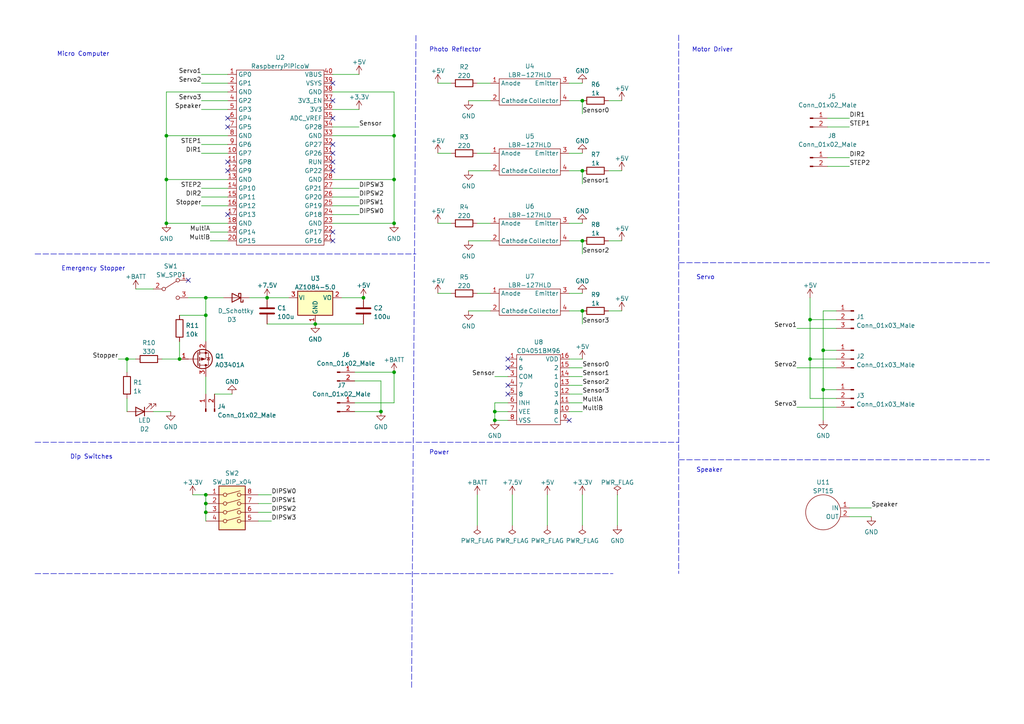
<source format=kicad_sch>
(kicad_sch (version 20211123) (generator eeschema)
  (paper "A4")
  (lib_symbols
    (symbol "Connector:Conn_01x02_Male" (pin_names (offset 1.016) hide)
      (property "Reference" "J" (at 0 2.54 0))
      (property "Value" "Conn_01x02_Male" (at 0 -5.08 0))
      (symbol "Conn_01x02_Male_1_1"
        (polyline (pts (xy 1.27 -2.54) (xy 0.8636 -2.54)) (stroke (width 0.1524)))
        (polyline (pts (xy 1.27 0) (xy 0.8636 0)) (stroke (width 0.1524)))
        (rectangle (start 0.8636 -2.413) (end 0 -2.667) (stroke (width 0.1524)) (fill (type outline)))
        (rectangle (start 0.8636 0.127) (end 0 -0.127) (stroke (width 0.1524)) (fill (type outline)))
        (pin passive line (at 5.08 0 180) (length 3.81) (name "Pin_1") (number "1"))
        (pin passive line (at 5.08 -2.54 180) (length 3.81) (name "Pin_2") (number "2"))
      )
    )
    (symbol "Connector:Conn_01x03_Male" (pin_names (offset 1.016) hide)
      (property "Reference" "J" (at 0 5.08 0))
      (property "Value" "Conn_01x03_Male" (at 0 -5.08 0))
      (symbol "Conn_01x03_Male_1_1"
        (polyline (pts (xy 1.27 -2.54) (xy 0.8636 -2.54)) (stroke (width 0.1524)))
        (polyline (pts (xy 1.27 0) (xy 0.8636 0)) (stroke (width 0.1524)))
        (polyline (pts (xy 1.27 2.54) (xy 0.8636 2.54)) (stroke (width 0.1524)))
        (rectangle (start 0.8636 -2.413) (end 0 -2.667) (stroke (width 0.1524)) (fill (type outline)))
        (rectangle (start 0.8636 0.127) (end 0 -0.127) (stroke (width 0.1524)) (fill (type outline)))
        (rectangle (start 0.8636 2.667) (end 0 2.413) (stroke (width 0.1524)) (fill (type outline)))
        (pin passive line (at 5.08 2.54 180) (length 3.81) (name "Pin_1") (number "1"))
        (pin passive line (at 5.08 0 180) (length 3.81) (name "Pin_2") (number "2"))
        (pin passive line (at 5.08 -2.54 180) (length 3.81) (name "Pin_3") (number "3"))
      )
    )
    (symbol "Device:C" (pin_numbers hide) (pin_names (offset 0.254))
      (property "Reference" "C" (at 0.635 2.54 0))
      (property "Value" "C" (at 0.635 -2.54 0))
      (symbol "C_0_1"
        (polyline (pts (xy -2.032 -0.762) (xy 2.032 -0.762)) (stroke (width 0.508)))
        (polyline (pts (xy -2.032 0.762) (xy 2.032 0.762)) (stroke (width 0.508)))
      )
      (symbol "C_1_1"
        (pin passive line (at 0 3.81 270) (length 2.794) (name "~") (number "1"))
        (pin passive line (at 0 -3.81 90) (length 2.794) (name "~") (number "2"))
      )
    )
    (symbol "Device:D_Schottky" (pin_numbers hide) (pin_names (offset 1.016) hide)
      (property "Reference" "D" (at 0 2.54 0))
      (property "Value" "D_Schottky" (at 0 -2.54 0))
      (symbol "D_Schottky_0_1"
        (polyline (pts (xy 1.27 0) (xy -1.27 0)))
        (polyline (pts (xy 1.27 1.27) (xy 1.27 -1.27) (xy -1.27 0) (xy 1.27 1.27)) (stroke (width 0.254)))
        (polyline (pts (xy -1.905 0.635) (xy -1.905 1.27) (xy -1.27 1.27) (xy -1.27 -1.27) (xy -0.635 -1.27) (xy -0.635 -0.635)) (stroke (width 0.254)))
      )
      (symbol "D_Schottky_1_1"
        (pin passive line (at -3.81 0 0) (length 2.54) (name "K") (number "1"))
        (pin passive line (at 3.81 0 180) (length 2.54) (name "A") (number "2"))
      )
    )
    (symbol "Device:LED" (pin_numbers hide) (pin_names (offset 1.016) hide)
      (property "Reference" "D" (at 0 2.54 0))
      (property "Value" "LED" (at 0 -2.54 0))
      (symbol "LED_0_1"
        (polyline (pts (xy -1.27 -1.27) (xy -1.27 1.27)) (stroke (width 0.254)))
        (polyline (pts (xy -1.27 0) (xy 1.27 0)))
        (polyline (pts (xy 1.27 -1.27) (xy 1.27 1.27) (xy -1.27 0) (xy 1.27 -1.27)) (stroke (width 0.254)))
        (polyline (pts (xy -3.048 -0.762) (xy -4.572 -2.286) (xy -3.81 -2.286) (xy -4.572 -2.286) (xy -4.572 -1.524)))
        (polyline (pts (xy -1.778 -0.762) (xy -3.302 -2.286) (xy -2.54 -2.286) (xy -3.302 -2.286) (xy -3.302 -1.524)))
      )
      (symbol "LED_1_1"
        (pin passive line (at -3.81 0 0) (length 2.54) (name "K") (number "1"))
        (pin passive line (at 3.81 0 180) (length 2.54) (name "A") (number "2"))
      )
    )
    (symbol "Device:R" (pin_numbers hide) (pin_names (offset 0))
      (property "Reference" "R" (at 2.032 0 90))
      (property "Value" "R" (at 0 0 90))
      (symbol "R_0_1"
        (rectangle (start -1.016 -2.54) (end 1.016 2.54) (stroke (width 0.254)))
      )
      (symbol "R_1_1"
        (pin passive line (at 0 3.81 270) (length 1.27) (name "~") (number "1"))
        (pin passive line (at 0 -3.81 90) (length 1.27) (name "~") (number "2"))
      )
    )
    (symbol "Regulator_Linear:AZ1084-5.0" (pin_names (offset 0.254))
      (property "Reference" "U" (at -3.81 3.175 0))
      (property "Value" "AZ1084-5.0" (at 0 3.175 0))
      (symbol "AZ1084-5.0_0_1"
        (rectangle (start -5.08 1.905) (end 5.08 -5.08) (stroke (width 0.254)) (fill (type background)))
      )
      (symbol "AZ1084-5.0_1_1"
        (pin power_in line (at 0 -7.62 90) (length 2.54) (name "GND") (number "1"))
        (pin power_out line (at 7.62 0 180) (length 2.54) (name "VO") (number "2"))
        (pin power_in line (at -7.62 0 0) (length 2.54) (name "VI") (number "3"))
      )
    )
    (symbol "Switch:SW_DIP_x04" (pin_names (offset 0) hide)
      (property "Reference" "SW" (at 0 8.89 0))
      (property "Value" "SW_DIP_x04" (at 0 -6.35 0))
      (symbol "SW_DIP_x04_0_0"
        (circle (center -2.032 -2.54) (radius 0.508))
        (circle (center -2.032 0) (radius 0.508))
        (circle (center -2.032 2.54) (radius 0.508))
        (circle (center -2.032 5.08) (radius 0.508))
        (polyline (pts (xy -1.524 -2.3876) (xy 2.3622 -1.3462)))
        (polyline (pts (xy -1.524 0.127) (xy 2.3622 1.1684)))
        (polyline (pts (xy -1.524 2.667) (xy 2.3622 3.7084)))
        (polyline (pts (xy -1.524 5.207) (xy 2.3622 6.2484)))
        (circle (center 2.032 -2.54) (radius 0.508))
        (circle (center 2.032 0) (radius 0.508))
        (circle (center 2.032 2.54) (radius 0.508))
        (circle (center 2.032 5.08) (radius 0.508))
      )
      (symbol "SW_DIP_x04_0_1"
        (rectangle (start -3.81 7.62) (end 3.81 -5.08) (stroke (width 0.254)) (fill (type background)))
      )
      (symbol "SW_DIP_x04_1_1"
        (pin passive line (at -7.62 5.08 0) (length 5.08) (name "~") (number "1"))
        (pin passive line (at -7.62 2.54 0) (length 5.08) (name "~") (number "2"))
        (pin passive line (at -7.62 0 0) (length 5.08) (name "~") (number "3"))
        (pin passive line (at -7.62 -2.54 0) (length 5.08) (name "~") (number "4"))
        (pin passive line (at 7.62 -2.54 180) (length 5.08) (name "~") (number "5"))
        (pin passive line (at 7.62 0 180) (length 5.08) (name "~") (number "6"))
        (pin passive line (at 7.62 2.54 180) (length 5.08) (name "~") (number "7"))
        (pin passive line (at 7.62 5.08 180) (length 5.08) (name "~") (number "8"))
      )
    )
    (symbol "Switch:SW_SPDT" (pin_names (offset 0) hide)
      (property "Reference" "SW" (at 0 4.318 0))
      (property "Value" "SW_SPDT" (at 0 -5.08 0))
      (symbol "SW_SPDT_0_0"
        (circle (center -2.032 0) (radius 0.508))
        (circle (center 2.032 -2.54) (radius 0.508))
      )
      (symbol "SW_SPDT_0_1"
        (polyline (pts (xy -1.524 0.254) (xy 1.651 2.286)))
        (circle (center 2.032 2.54) (radius 0.508))
      )
      (symbol "SW_SPDT_1_1"
        (pin passive line (at 5.08 2.54 180) (length 2.54) (name "A") (number "1"))
        (pin passive line (at -5.08 0 0) (length 2.54) (name "B") (number "2"))
        (pin passive line (at 5.08 -2.54 180) (length 2.54) (name "C") (number "3"))
      )
    )
    (symbol "Transistor_FET:AO3401A" (pin_names hide)
      (property "Reference" "Q" (at 5.08 1.905 0))
      (property "Value" "AO3401A" (at 5.08 0 0))
      (symbol "AO3401A_0_1"
        (polyline (pts (xy 0.254 0) (xy -2.54 0)))
        (polyline (pts (xy 0.254 1.905) (xy 0.254 -1.905)) (stroke (width 0.254)))
        (polyline (pts (xy 0.762 -1.27) (xy 0.762 -2.286)) (stroke (width 0.254)))
        (polyline (pts (xy 0.762 0.508) (xy 0.762 -0.508)) (stroke (width 0.254)))
        (polyline (pts (xy 0.762 2.286) (xy 0.762 1.27)) (stroke (width 0.254)))
        (polyline (pts (xy 2.54 2.54) (xy 2.54 1.778)))
        (polyline (pts (xy 2.54 -2.54) (xy 2.54 0) (xy 0.762 0)))
        (polyline (pts (xy 0.762 1.778) (xy 3.302 1.778) (xy 3.302 -1.778) (xy 0.762 -1.778)))
        (polyline (pts (xy 2.286 0) (xy 1.27 0.381) (xy 1.27 -0.381) (xy 2.286 0)) (fill (type outline)))
        (polyline (pts (xy 2.794 -0.508) (xy 2.921 -0.381) (xy 3.683 -0.381) (xy 3.81 -0.254)))
        (polyline (pts (xy 3.302 -0.381) (xy 2.921 0.254) (xy 3.683 0.254) (xy 3.302 -0.381)))
        (circle (center 1.651 0) (radius 2.794) (stroke (width 0.254)))
        (circle (center 2.54 -1.778) (radius 0.254) (fill (type outline)))
        (circle (center 2.54 1.778) (radius 0.254) (fill (type outline)))
      )
      (symbol "AO3401A_1_1"
        (pin input line (at -5.08 0 0) (length 2.54) (name "G") (number "1"))
        (pin passive line (at 2.54 -5.08 90) (length 2.54) (name "S") (number "2"))
        (pin passive line (at 2.54 5.08 270) (length 2.54) (name "D") (number "3"))
      )
    )
    (symbol "catchrobo_parts:CD4051BM96"
      (property "Reference" "U" (at 0 16.51 0))
      (property "Value" "CD4051BM96" (at 0 13.97 0))
      (symbol "CD4051BM96_0_1"
        (rectangle (start -6.35 8.89) (end 6.35 -11.43) (stroke (width 0.1524)))
      )
      (symbol "CD4051BM96_1_1"
        (pin passive line (at -8.89 7.62 0) (length 2.54) (name "4") (number "1"))
        (pin passive line (at 8.89 -7.62 180) (length 2.54) (name "B") (number "10"))
        (pin passive line (at 8.89 -5.08 180) (length 2.54) (name "A") (number "11"))
        (pin passive line (at 8.89 -2.54 180) (length 2.54) (name "3") (number "12"))
        (pin passive line (at 8.89 0 180) (length 2.54) (name "0") (number "13"))
        (pin passive line (at 8.89 2.54 180) (length 2.54) (name "1") (number "14"))
        (pin passive line (at 8.89 5.08 180) (length 2.54) (name "2") (number "15"))
        (pin passive line (at 8.89 7.62 180) (length 2.54) (name "VDD") (number "16"))
        (pin passive line (at -8.89 5.08 0) (length 2.54) (name "6") (number "2"))
        (pin passive line (at -8.89 2.54 0) (length 2.54) (name "COM") (number "3"))
        (pin passive line (at -8.89 0 0) (length 2.54) (name "7") (number "4"))
        (pin passive line (at -8.89 -2.54 0) (length 2.54) (name "8") (number "5"))
        (pin passive line (at -8.89 -5.08 0) (length 2.54) (name "INH") (number "6"))
        (pin passive line (at -8.89 -7.62 0) (length 2.54) (name "VEE") (number "7"))
        (pin passive line (at -8.89 -10.16 0) (length 2.54) (name "VSS") (number "8"))
        (pin passive line (at 8.89 -10.16 180) (length 2.54) (name "C") (number "9"))
      )
    )
    (symbol "catchrobo_parts:LBR-127HLD"
      (property "Reference" "U" (at 0 21.59 0))
      (property "Value" "LBR-127HLD" (at 0 19.05 0))
      (symbol "LBR-127HLD_0_1"
        (rectangle (start -8.89 3.81) (end 8.89 -3.81) (stroke (width 0.1524)))
      )
      (symbol "LBR-127HLD_1_1"
        (pin passive line (at -11.43 2.54 0) (length 2.54) (name "Anode") (number "1"))
        (pin passive line (at -11.43 -2.54 0) (length 2.54) (name "Cathode") (number "2"))
        (pin passive line (at 11.43 2.54 180) (length 2.54) (name "Emitter") (number "3"))
        (pin passive line (at 11.43 -2.54 180) (length 2.54) (name "Collector") (number "4"))
      )
    )
    (symbol "catchrobo_parts:RaspberryPiPico"
      (property "Reference" "U" (at 0 38.1 0))
      (property "Value" "RaspberryPiPico" (at 0 35.56 0))
      (symbol "RaspberryPiPico_0_1"
        (rectangle (start -12.7 25.4) (end 12.7 -25.4) (stroke (width 0.1524)))
      )
      (symbol "RaspberryPiPico_1_1"
        (pin passive line (at -15.24 24.13 0) (length 2.54) (name "GP0") (number "1"))
        (pin passive line (at -15.24 1.27 0) (length 2.54) (name "GP7") (number "10"))
        (pin passive line (at -15.24 -1.27 0) (length 2.54) (name "GP8") (number "11"))
        (pin passive line (at -15.24 -3.81 0) (length 2.54) (name "GP9") (number "12"))
        (pin passive line (at -15.24 -6.35 0) (length 2.54) (name "GND") (number "13"))
        (pin passive line (at -15.24 -8.89 0) (length 2.54) (name "GP10") (number "14"))
        (pin passive line (at -15.24 -11.43 0) (length 2.54) (name "GP11") (number "15"))
        (pin passive line (at -15.24 -13.97 0) (length 2.54) (name "GP12") (number "16"))
        (pin passive line (at -15.24 -16.51 0) (length 2.54) (name "GP13") (number "17"))
        (pin passive line (at -15.24 -19.05 0) (length 2.54) (name "GND") (number "18"))
        (pin passive line (at -15.24 -21.59 0) (length 2.54) (name "GP14") (number "19"))
        (pin passive line (at -15.24 21.59 0) (length 2.54) (name "GP1") (number "2"))
        (pin passive line (at -15.24 -24.13 0) (length 2.54) (name "GP15") (number "20"))
        (pin passive line (at 15.24 -24.13 180) (length 2.54) (name "GP16") (number "21"))
        (pin passive line (at 15.24 -21.59 180) (length 2.54) (name "GP17") (number "22"))
        (pin passive line (at 15.24 -19.05 180) (length 2.54) (name "GND") (number "23"))
        (pin passive line (at 15.24 -16.51 180) (length 2.54) (name "GP18") (number "24"))
        (pin passive line (at 15.24 -13.97 180) (length 2.54) (name "GP19") (number "25"))
        (pin passive line (at 15.24 -11.43 180) (length 2.54) (name "GP20") (number "26"))
        (pin passive line (at 15.24 -8.89 180) (length 2.54) (name "GP21") (number "27"))
        (pin passive line (at 15.24 -6.35 180) (length 2.54) (name "GND") (number "28"))
        (pin passive line (at 15.24 -3.81 180) (length 2.54) (name "GP22") (number "29"))
        (pin passive line (at -15.24 19.05 0) (length 2.54) (name "GND") (number "3"))
        (pin passive line (at 15.24 -1.27 180) (length 2.54) (name "RUN") (number "30"))
        (pin passive line (at 15.24 1.27 180) (length 2.54) (name "GP26") (number "31"))
        (pin passive line (at 15.24 3.81 180) (length 2.54) (name "GP27") (number "32"))
        (pin passive line (at 15.24 6.35 180) (length 2.54) (name "GND") (number "33"))
        (pin passive line (at 15.24 8.89 180) (length 2.54) (name "GP28") (number "34"))
        (pin passive line (at 15.24 11.43 180) (length 2.54) (name "ADC_VREF") (number "35"))
        (pin passive line (at 15.24 13.97 180) (length 2.54) (name "3V3") (number "36"))
        (pin passive line (at 15.24 16.51 180) (length 2.54) (name "3V3_EN") (number "37"))
        (pin passive line (at 15.24 19.05 180) (length 2.54) (name "GND") (number "38"))
        (pin passive line (at 15.24 21.59 180) (length 2.54) (name "VSYS") (number "39"))
        (pin passive line (at -15.24 16.51 0) (length 2.54) (name "GP2") (number "4"))
        (pin passive line (at 15.24 24.13 180) (length 2.54) (name "VBUS") (number "40"))
        (pin passive line (at -15.24 13.97 0) (length 2.54) (name "GP3") (number "5"))
        (pin passive line (at -15.24 11.43 0) (length 2.54) (name "GP4") (number "6"))
        (pin passive line (at -15.24 8.89 0) (length 2.54) (name "GP5") (number "7"))
        (pin passive line (at -15.24 6.35 0) (length 2.54) (name "GND") (number "8"))
        (pin passive line (at -15.24 3.81 0) (length 2.54) (name "GP6") (number "9"))
      )
    )
    (symbol "catchrobo_parts:SPT15"
      (property "Reference" "U" (at 0 10.16 0))
      (property "Value" "SPT15" (at 0 7.62 0))
      (symbol "SPT15_0_1"
        (circle (center 0 0) (radius 5.08) (stroke (width 0.1524)))
      )
      (symbol "SPT15_1_1"
        (pin passive line (at 7.62 1.27 180) (length 2.54) (name "IN") (number "1"))
        (pin passive line (at 7.62 -1.27 180) (length 2.54) (name "OUT") (number "2"))
      )
    )
    (symbol "power:+3.3V" (power) (pin_names (offset 0))
      (property "Value" "+3.3V" (at 0 3.556 0))
      (symbol "+3.3V_0_1"
        (polyline (pts (xy -0.762 1.27) (xy 0 2.54)))
        (polyline (pts (xy 0 0) (xy 0 2.54)))
        (polyline (pts (xy 0 2.54) (xy 0.762 1.27)))
      )
      (symbol "+3.3V_1_1"
        (pin power_in line (at 0 0 90) (length 0) hide (name "+3.3V") (number "1"))
      )
    )
    (symbol "power:+5V" (power) (pin_names (offset 0))
      (property "Value" "+5V" (at 0 3.556 0))
      (symbol "+5V_0_1"
        (polyline (pts (xy -0.762 1.27) (xy 0 2.54)))
        (polyline (pts (xy 0 0) (xy 0 2.54)))
        (polyline (pts (xy 0 2.54) (xy 0.762 1.27)))
      )
      (symbol "+5V_1_1"
        (pin power_in line (at 0 0 90) (length 0) hide (name "+5V") (number "1"))
      )
    )
    (symbol "power:+7.5V" (power) (pin_names (offset 0))
      (property "Value" "+7.5V" (at 0 3.556 0))
      (symbol "+7.5V_0_1"
        (polyline (pts (xy -0.762 1.27) (xy 0 2.54)))
        (polyline (pts (xy 0 0) (xy 0 2.54)))
        (polyline (pts (xy 0 2.54) (xy 0.762 1.27)))
      )
      (symbol "+7.5V_1_1"
        (pin power_in line (at 0 0 90) (length 0) hide (name "+7.5V") (number "1"))
      )
    )
    (symbol "power:+BATT" (power) (pin_names (offset 0))
      (property "Value" "+BATT" (at 0 3.556 0))
      (symbol "+BATT_0_1"
        (polyline (pts (xy -0.762 1.27) (xy 0 2.54)))
        (polyline (pts (xy 0 0) (xy 0 2.54)))
        (polyline (pts (xy 0 2.54) (xy 0.762 1.27)))
      )
      (symbol "+BATT_1_1"
        (pin power_in line (at 0 0 90) (length 0) hide (name "+BATT") (number "1"))
      )
    )
    (symbol "power:GND" (power) (pin_names (offset 0))
      (property "Value" "GND" (at 0 -3.81 0))
      (symbol "GND_0_1"
        (polyline (pts (xy 0 0) (xy 0 -1.27) (xy 1.27 -1.27) (xy 0 -2.54) (xy -1.27 -1.27) (xy 0 -1.27)))
      )
      (symbol "GND_1_1"
        (pin power_in line (at 0 0 270) (length 0) hide (name "GND") (number "1"))
      )
    )
    (symbol "power:PWR_FLAG" (power) (pin_numbers hide) (pin_names (offset 0) hide)
      (property "Value" "PWR_FLAG" (at 0 3.81 0))
      (symbol "PWR_FLAG_0_0"
        (pin power_out line (at 0 0 90) (length 0) (name "pwr") (number "1"))
      )
      (symbol "PWR_FLAG_0_1"
        (polyline (pts (xy 0 0) (xy 0 1.27) (xy -1.016 1.905) (xy 0 2.54) (xy 1.016 1.905) (xy 0 1.27)))
      )
    )
  )
  (junction (at 36.83 104.14))
  (junction (at 143.51 121.92))
  (junction (at 48.26 64.77))
  (junction (at 238.76 113.03))
  (junction (at 143.51 119.38))
  (junction (at 59.69 91.44))
  (junction (at 168.91 29.21))
  (junction (at 48.26 52.07))
  (junction (at 52.07 104.14))
  (junction (at 110.49 119.38))
  (junction (at 77.47 86.36))
  (junction (at 234.95 92.71))
  (junction (at 48.26 39.37))
  (junction (at 114.3 39.37))
  (junction (at 91.44 93.98))
  (junction (at 59.69 146.05))
  (junction (at 238.76 101.6))
  (junction (at 234.95 104.14))
  (junction (at 59.69 143.51))
  (junction (at 105.41 86.36))
  (junction (at 59.69 148.59))
  (junction (at 114.3 64.77))
  (junction (at 168.91 90.17))
  (junction (at 168.91 69.85))
  (junction (at 114.3 107.95))
  (junction (at 168.91 49.53))
  (junction (at 59.69 86.36))
  (junction (at 114.3 52.07))
  (no_connect (at 96.52 46.99))
  (no_connect (at 96.52 49.53))
  (no_connect (at 96.52 67.31))
  (no_connect (at 66.04 62.23))
  (no_connect (at 66.04 49.53))
  (no_connect (at 66.04 46.99))
  (no_connect (at 66.04 36.83))
  (no_connect (at 66.04 34.29))
  (no_connect (at 96.52 41.91))
  (no_connect (at 96.52 44.45))
  (no_connect (at 96.52 24.13))
  (no_connect (at 96.52 69.85))
  (no_connect (at 165.1 121.92))
  (no_connect (at 147.32 114.3))
  (no_connect (at 147.32 104.14))
  (no_connect (at 147.32 106.68))
  (no_connect (at 147.32 111.76))
  (no_connect (at 54.61 81.28))
  (no_connect (at 96.52 34.29))
  (no_connect (at 96.52 29.21))
  (wire (pts (xy 168.91 90.17) (xy 168.91 93.98)))
  (wire (pts (xy 96.52 36.83) (xy 104.14 36.83)))
  (wire (pts (xy 246.38 36.83) (xy 240.03 36.83)))
  (wire (pts (xy 36.83 104.14) (xy 36.83 107.95)))
  (wire (pts (xy 127 64.77) (xy 130.81 64.77)))
  (wire (pts (xy 48.26 64.77) (xy 66.04 64.77)))
  (wire (pts (xy 242.57 104.14) (xy 234.95 104.14)))
  (wire (pts (xy 58.42 24.13) (xy 66.04 24.13)))
  (polyline (pts (xy 119.38 199.39) (xy 120.65 10.16)))
  (wire (pts (xy 238.76 113.03) (xy 238.76 121.92)))
  (wire (pts (xy 96.52 59.69) (xy 104.14 59.69)))
  (wire (pts (xy 77.47 86.36) (xy 83.82 86.36)))
  (wire (pts (xy 142.24 64.77) (xy 138.43 64.77)))
  (wire (pts (xy 165.1 119.38) (xy 168.91 119.38)))
  (wire (pts (xy 39.37 83.82) (xy 44.45 83.82)))
  (polyline (pts (xy 10.16 166.37) (xy 177.8 166.37)))
  (wire (pts (xy 165.1 49.53) (xy 168.91 49.53)))
  (polyline (pts (xy 196.85 76.2) (xy 287.02 76.2)))
  (wire (pts (xy 246.38 149.86) (xy 252.73 149.86)))
  (wire (pts (xy 231.14 118.11) (xy 242.57 118.11)))
  (wire (pts (xy 52.07 91.44) (xy 59.69 91.44)))
  (wire (pts (xy 74.93 143.51) (xy 78.74 143.51)))
  (wire (pts (xy 59.69 143.51) (xy 59.69 146.05)))
  (polyline (pts (xy 10.16 128.27) (xy 119.38 128.27)))
  (wire (pts (xy 168.91 114.3) (xy 165.1 114.3)))
  (wire (pts (xy 66.04 52.07) (xy 48.26 52.07)))
  (wire (pts (xy 96.52 39.37) (xy 114.3 39.37)))
  (wire (pts (xy 135.89 49.53) (xy 142.24 49.53)))
  (wire (pts (xy 48.26 26.67) (xy 48.26 39.37)))
  (wire (pts (xy 66.04 67.31) (xy 60.96 67.31)))
  (wire (pts (xy 165.1 90.17) (xy 168.91 90.17)))
  (wire (pts (xy 176.53 69.85) (xy 180.34 69.85)))
  (wire (pts (xy 114.3 116.84) (xy 114.3 107.95)))
  (wire (pts (xy 44.45 119.38) (xy 49.53 119.38)))
  (wire (pts (xy 114.3 26.67) (xy 114.3 39.37)))
  (wire (pts (xy 168.91 49.53) (xy 168.91 53.34)))
  (wire (pts (xy 158.75 143.51) (xy 158.75 152.4)))
  (wire (pts (xy 246.38 147.32) (xy 252.73 147.32)))
  (wire (pts (xy 179.07 143.51) (xy 179.07 152.4)))
  (wire (pts (xy 58.42 31.75) (xy 66.04 31.75)))
  (wire (pts (xy 59.69 148.59) (xy 59.69 151.13)))
  (wire (pts (xy 143.51 119.38) (xy 143.51 121.92)))
  (wire (pts (xy 238.76 90.17) (xy 238.76 101.6)))
  (wire (pts (xy 48.26 26.67) (xy 66.04 26.67)))
  (wire (pts (xy 242.57 90.17) (xy 238.76 90.17)))
  (wire (pts (xy 59.69 146.05) (xy 59.69 148.59)))
  (wire (pts (xy 176.53 49.53) (xy 180.34 49.53)))
  (wire (pts (xy 165.1 44.45) (xy 168.91 44.45)))
  (wire (pts (xy 59.69 109.22) (xy 59.69 114.3)))
  (wire (pts (xy 242.57 101.6) (xy 238.76 101.6)))
  (wire (pts (xy 165.1 29.21) (xy 168.91 29.21)))
  (wire (pts (xy 58.42 57.15) (xy 66.04 57.15)))
  (wire (pts (xy 165.1 69.85) (xy 168.91 69.85)))
  (wire (pts (xy 168.91 29.21) (xy 168.91 33.02)))
  (wire (pts (xy 110.49 119.38) (xy 110.49 110.49)))
  (wire (pts (xy 231.14 106.68) (xy 242.57 106.68)))
  (wire (pts (xy 52.07 104.14) (xy 52.07 99.06)))
  (wire (pts (xy 36.83 104.14) (xy 39.37 104.14)))
  (wire (pts (xy 74.93 146.05) (xy 78.74 146.05)))
  (wire (pts (xy 242.57 92.71) (xy 234.95 92.71)))
  (polyline (pts (xy 196.85 10.16) (xy 196.85 166.37)))
  (wire (pts (xy 102.87 107.95) (xy 114.3 107.95)))
  (wire (pts (xy 165.1 64.77) (xy 168.91 64.77)))
  (wire (pts (xy 114.3 26.67) (xy 96.52 26.67)))
  (wire (pts (xy 127 85.09) (xy 130.81 85.09)))
  (wire (pts (xy 58.42 21.59) (xy 66.04 21.59)))
  (wire (pts (xy 48.26 39.37) (xy 48.26 52.07)))
  (wire (pts (xy 135.89 69.85) (xy 142.24 69.85)))
  (wire (pts (xy 34.29 104.14) (xy 36.83 104.14)))
  (wire (pts (xy 238.76 113.03) (xy 242.57 113.03)))
  (wire (pts (xy 114.3 39.37) (xy 114.3 52.07)))
  (wire (pts (xy 102.87 116.84) (xy 114.3 116.84)))
  (wire (pts (xy 96.52 57.15) (xy 104.14 57.15)))
  (wire (pts (xy 110.49 110.49) (xy 102.87 110.49)))
  (wire (pts (xy 168.91 143.51) (xy 168.91 152.4)))
  (wire (pts (xy 59.69 91.44) (xy 59.69 99.06)))
  (wire (pts (xy 99.06 86.36) (xy 105.41 86.36)))
  (wire (pts (xy 62.23 114.3) (xy 67.31 114.3)))
  (wire (pts (xy 148.59 143.51) (xy 148.59 152.4)))
  (wire (pts (xy 165.1 85.09) (xy 168.91 85.09)))
  (wire (pts (xy 102.87 119.38) (xy 110.49 119.38)))
  (wire (pts (xy 59.69 86.36) (xy 59.69 91.44)))
  (polyline (pts (xy 10.16 73.66) (xy 120.65 73.66)))
  (wire (pts (xy 143.51 121.92) (xy 147.32 121.92)))
  (wire (pts (xy 238.76 101.6) (xy 238.76 113.03)))
  (wire (pts (xy 114.3 52.07) (xy 114.3 64.77)))
  (wire (pts (xy 127 44.45) (xy 130.81 44.45)))
  (wire (pts (xy 165.1 104.14) (xy 168.91 104.14)))
  (wire (pts (xy 135.89 90.17) (xy 142.24 90.17)))
  (wire (pts (xy 234.95 92.71) (xy 234.95 104.14)))
  (wire (pts (xy 234.95 104.14) (xy 234.95 115.57)))
  (wire (pts (xy 58.42 59.69) (xy 66.04 59.69)))
  (wire (pts (xy 142.24 24.13) (xy 138.43 24.13)))
  (wire (pts (xy 66.04 69.85) (xy 60.96 69.85)))
  (wire (pts (xy 96.52 62.23) (xy 104.14 62.23)))
  (wire (pts (xy 176.53 29.21) (xy 180.34 29.21)))
  (wire (pts (xy 147.32 116.84) (xy 143.51 116.84)))
  (wire (pts (xy 168.91 69.85) (xy 168.91 73.66)))
  (wire (pts (xy 168.91 109.22) (xy 165.1 109.22)))
  (wire (pts (xy 58.42 41.91) (xy 66.04 41.91)))
  (wire (pts (xy 138.43 143.51) (xy 138.43 152.4)))
  (wire (pts (xy 58.42 29.21) (xy 66.04 29.21)))
  (wire (pts (xy 55.88 143.51) (xy 59.69 143.51)))
  (wire (pts (xy 46.99 104.14) (xy 52.07 104.14)))
  (wire (pts (xy 135.89 29.21) (xy 142.24 29.21)))
  (wire (pts (xy 143.51 116.84) (xy 143.51 119.38)))
  (wire (pts (xy 58.42 54.61) (xy 66.04 54.61)))
  (polyline (pts (xy 120.65 128.27) (xy 196.85 128.27)))
  (wire (pts (xy 246.38 45.72) (xy 240.03 45.72)))
  (wire (pts (xy 246.38 34.29) (xy 240.03 34.29)))
  (wire (pts (xy 66.04 39.37) (xy 48.26 39.37)))
  (wire (pts (xy 165.1 24.13) (xy 168.91 24.13)))
  (wire (pts (xy 176.53 90.17) (xy 180.34 90.17)))
  (wire (pts (xy 96.52 52.07) (xy 114.3 52.07)))
  (wire (pts (xy 96.52 21.59) (xy 104.14 21.59)))
  (wire (pts (xy 96.52 31.75) (xy 104.14 31.75)))
  (wire (pts (xy 234.95 86.36) (xy 234.95 92.71)))
  (wire (pts (xy 91.44 93.98) (xy 105.41 93.98)))
  (wire (pts (xy 59.69 86.36) (xy 64.77 86.36)))
  (wire (pts (xy 96.52 54.61) (xy 104.14 54.61)))
  (wire (pts (xy 165.1 116.84) (xy 168.91 116.84)))
  (wire (pts (xy 246.38 48.26) (xy 240.03 48.26)))
  (wire (pts (xy 147.32 119.38) (xy 143.51 119.38)))
  (wire (pts (xy 74.93 151.13) (xy 78.74 151.13)))
  (wire (pts (xy 231.14 95.25) (xy 242.57 95.25)))
  (wire (pts (xy 142.24 44.45) (xy 138.43 44.45)))
  (wire (pts (xy 77.47 93.98) (xy 91.44 93.98)))
  (wire (pts (xy 127 24.13) (xy 130.81 24.13)))
  (wire (pts (xy 168.91 106.68) (xy 165.1 106.68)))
  (wire (pts (xy 168.91 111.76) (xy 165.1 111.76)))
  (polyline (pts (xy 196.85 133.35) (xy 287.02 133.35)))
  (wire (pts (xy 48.26 52.07) (xy 48.26 64.77)))
  (wire (pts (xy 142.24 85.09) (xy 138.43 85.09)))
  (wire (pts (xy 114.3 64.77) (xy 96.52 64.77)))
  (wire (pts (xy 74.93 148.59) (xy 78.74 148.59)))
  (wire (pts (xy 36.83 115.57) (xy 36.83 119.38)))
  (wire (pts (xy 143.51 109.22) (xy 147.32 109.22)))
  (wire (pts (xy 234.95 115.57) (xy 242.57 115.57)))
  (wire (pts (xy 58.42 44.45) (xy 66.04 44.45)))
  (wire (pts (xy 54.61 86.36) (xy 59.69 86.36)))
  (wire (pts (xy 72.39 86.36) (xy 77.47 86.36)))
  (text "Dip Switches" (at 20.32 133.35 0) (effects (font (size 1.27 1.27)) (justify left bottom)))
  (text "Emergency Stopper" (at 17.78 78.74 0) (effects (font (size 1.27 1.27)) (justify left bottom)))
  (text "Photo Reflector" (at 124.46 15.24 0) (effects (font (size 1.27 1.27)) (justify left bottom)))
  (text "Motor Driver" (at 200.66 15.24 0) (effects (font (size 1.27 1.27)) (justify left bottom)))
  (text "Servo" (at 201.93 81.28 0) (effects (font (size 1.27 1.27)) (justify left bottom)))
  (text "Micro Computer" (at 16.51 16.51 0) (effects (font (size 1.27 1.27)) (justify left bottom)))
  (text "Speaker" (at 201.93 137.16 0) (effects (font (size 1.27 1.27)) (justify left bottom)))
  (text "Power" (at 124.46 132.08 0) (effects (font (size 1.27 1.27)) (justify left bottom)))
  (label "STEP2" (at 58.42 54.61 180))
  (label "DIPSW0" (at 104.14 62.23 0))
  (label "Servo1" (at 231.14 95.25 180))
  (label "DIR2" (at 246.38 45.72 0))
  (label "Sensor3" (at 168.91 114.3 0))
  (label "Servo2" (at 58.42 24.13 180))
  (label "DIPSW3" (at 104.14 54.61 0))
  (label "Sensor2" (at 168.91 111.76 0))
  (label "Sensor2" (at 168.91 73.66 0))
  (label "Sensor0" (at 168.91 106.68 0))
  (label "Servo2" (at 231.14 106.68 180))
  (label "DIPSW1" (at 104.14 59.69 0))
  (label "Sensor0" (at 168.91 33.02 0))
  (label "STEP1" (at 246.38 36.83 0))
  (label "DIR1" (at 58.42 44.45 180))
  (label "Sensor" (at 104.14 36.83 0))
  (label "DIPSW0" (at 78.74 143.51 0))
  (label "STEP1" (at 58.42 41.91 180))
  (label "MultiA" (at 60.96 67.31 180))
  (label "DIR2" (at 58.42 57.15 180))
  (label "DIR1" (at 246.38 34.29 0))
  (label "Servo3" (at 58.42 29.21 180))
  (label "Sensor" (at 143.51 109.22 180))
  (label "Sensor3" (at 168.91 93.98 0))
  (label "Stopper" (at 58.42 59.69 180))
  (label "Sensor1" (at 168.91 109.22 0))
  (label "DIPSW1" (at 78.74 146.05 0))
  (label "MultiB" (at 60.96 69.85 180))
  (label "MultiB" (at 168.91 119.38 0))
  (label "DIPSW2" (at 78.74 148.59 0))
  (label "Speaker" (at 252.73 147.32 0))
  (label "Sensor1" (at 168.91 53.34 0))
  (label "Stopper" (at 34.29 104.14 180))
  (label "Speaker" (at 58.42 31.75 180))
  (label "MultiA" (at 168.91 116.84 0))
  (label "STEP2" (at 246.38 48.26 0))
  (label "Servo1" (at 58.42 21.59 180))
  (label "Servo3" (at 231.14 118.11 180))
  (label "DIPSW2" (at 104.14 57.15 0))
  (label "DIPSW3" (at 78.74 151.13 0))
  (symbol (lib_id "power:+3.3V") (at 55.88 143.51 0) (unit 1)
    (property "Reference" "#PWR04" (effects hide))
    (property "Value" "+3.3V" (at 55.88 139.9342 0))
  )
  (symbol (lib_id "power:+5V") (at 234.95 86.36 0) (unit 1)
    (property "Reference" "#PWR035" (effects hide))
    (property "Value" "+5V" (at 234.95 82.7842 0))
  )
  (symbol (lib_id "power:GND") (at 114.3 64.77 0) (mirror y) (unit 1)
    (property "Reference" "#PWR010" (effects hide))
    (property "Value" "GND" (at 114.3 69.2134 0))
  )
  (symbol (lib_id "power:+5V") (at 127 85.09 0) (unit 1)
    (property "Reference" "#PWR016" (effects hide))
    (property "Value" "+5V" (at 127 81.5142 0))
  )
  (symbol (lib_id "power:GND") (at 238.76 121.92 0) (unit 1)
    (property "Reference" "#PWR036" (effects hide))
    (property "Value" "GND" (at 238.76 126.3634 0))
  )
  (symbol (lib_id "power:PWR_FLAG") (at 179.07 143.51 0) (unit 1)
    (property "Reference" "#FLG05" (effects hide))
    (property "Value" "PWR_FLAG" (at 179.07 139.9342 0))
  )
  (symbol (lib_id "power:GND") (at 135.89 49.53 0) (unit 1)
    (property "Reference" "#PWR018" (effects hide))
    (property "Value" "GND" (at 135.89 53.9734 0))
  )
  (symbol (lib_id "power:+5V") (at 180.34 90.17 0) (unit 1)
    (property "Reference" "#PWR033" (effects hide))
    (property "Value" "+5V" (at 180.34 86.5942 0))
  )
  (symbol (lib_id "power:GND") (at 168.91 64.77 180) (unit 1)
    (property "Reference" "#PWR030" (effects hide))
    (property "Value" "GND" (at 168.91 61.1942 0))
  )
  (symbol (lib_id "catchrobo_parts:SPT15") (at 238.76 148.59 0) (unit 1)
    (property "Reference" "U11" (at 238.76 139.861 0))
    (property "Value" "SPT15" (at 238.76 142.3979 0))
    (property "Footprint" "Connector_JST:JST_XH_B2B-XH-AM_1x02_P2.50mm_Vertical" (effects hide))
  )
  (symbol (lib_id "catchrobo_parts:LBR-127HLD") (at 153.67 26.67 0) (unit 1)
    (property "Reference" "U4" (at 153.67 19.211 0))
    (property "Value" "LBR-127HLD" (at 153.67 21.7479 0))
    (property "Footprint" "Connector_PinHeader_2.54mm:PinHeader_1x04_P2.54mm_Vertical" (effects hide))
  )
  (symbol (lib_id "catchrobo_parts:CD4051BM96") (at 156.21 111.76 0) (unit 1)
    (property "Reference" "U8" (at 156.21 99.221 0))
    (property "Value" "CD4051BM96" (at 156.21 101.7579 0))
    (property "Footprint" "Catchrobo_parts:SOIC-16-150mil" (effects hide))
    (property "LCSC" "C21379" (effects hide))
  )
  (symbol (lib_id "power:+5V") (at 180.34 29.21 0) (unit 1)
    (property "Reference" "#PWR027" (effects hide))
    (property "Value" "+5V" (at 180.34 25.6342 0))
  )
  (symbol (lib_id "Connector:Conn_01x02_Male") (at 97.79 107.95 0) (unit 1)
    (property "Reference" "J6" (at 100.33 102.87 0))
    (property "Value" "Conn_01x02_Male" (at 100.33 105.4069 0))
    (property "Footprint" "Connector_JST:JST_XH_B2B-XH-AM_1x02_P2.50mm_Vertical" (effects hide))
  )
  (symbol (lib_id "power:GND") (at 168.91 44.45 180) (unit 1)
    (property "Reference" "#PWR028" (effects hide))
    (property "Value" "GND" (at 168.91 40.8742 0))
  )
  (symbol (lib_id "Device:R") (at 134.62 44.45 90) (unit 1)
    (property "Reference" "R3" (at 134.62 39.7342 90))
    (property "Value" "220" (at 134.62 42.2711 90))
    (property "Footprint" "Resistor_SMD:R_0201_0603Metric" (effects hide))
    (property "LCSC" "C22962" (effects hide))
  )
  (symbol (lib_id "Device:R") (at 134.62 85.09 90) (unit 1)
    (property "Reference" "R5" (at 134.62 80.3742 90))
    (property "Value" "220" (at 134.62 82.9111 90))
    (property "Footprint" "Resistor_SMD:R_0201_0603Metric" (effects hide))
    (property "LCSC" "C22962" (effects hide))
  )
  (symbol (lib_id "power:+5V") (at 127 24.13 0) (unit 1)
    (property "Reference" "#PWR013" (effects hide))
    (property "Value" "+5V" (at 127 20.5542 0))
  )
  (symbol (lib_id "Device:R") (at 134.62 24.13 90) (unit 1)
    (property "Reference" "R2" (at 134.62 19.4142 90))
    (property "Value" "220" (at 134.62 21.9511 90))
    (property "Footprint" "Resistor_SMD:R_0201_0603Metric" (effects hide))
    (property "LCSC" "C22962" (effects hide))
  )
  (symbol (lib_id "Connector:Conn_01x02_Male") (at 234.95 34.29 0) (unit 1)
    (property "Reference" "J5" (at 241.3 27.94 0))
    (property "Value" "Conn_01x02_Male" (at 240.03 30.48 0))
    (property "Footprint" "Connector_JST:JST_XH_B2B-XH-AM_1x02_P2.50mm_Vertical" (effects hide))
  )
  (symbol (lib_id "power:GND") (at 252.73 149.86 0) (unit 1)
    (property "Reference" "#PWR045" (effects hide))
    (property "Value" "GND" (at 252.73 154.3034 0))
  )
  (symbol (lib_id "Device:R") (at 134.62 64.77 90) (unit 1)
    (property "Reference" "R4" (at 134.62 60.0542 90))
    (property "Value" "220" (at 134.62 62.5911 90))
    (property "Footprint" "Resistor_SMD:R_0201_0603Metric" (effects hide))
    (property "LCSC" "C22962" (effects hide))
  )
  (symbol (lib_id "power:GND") (at 135.89 69.85 0) (unit 1)
    (property "Reference" "#PWR019" (effects hide))
    (property "Value" "GND" (at 135.89 74.2934 0))
  )
  (symbol (lib_id "Connector:Conn_01x02_Male") (at 234.95 45.72 0) (unit 1)
    (property "Reference" "J8" (at 241.3 39.37 0))
    (property "Value" "Conn_01x02_Male" (at 240.03 41.91 0))
    (property "Footprint" "Connector_JST:JST_XH_B2B-XH-AM_1x02_P2.50mm_Vertical" (effects hide))
  )
  (symbol (lib_id "Device:R") (at 43.18 104.14 90) (unit 1)
    (property "Reference" "R10" (at 43.18 99.4242 90))
    (property "Value" "330" (at 43.18 101.9611 90))
    (property "Footprint" "Resistor_SMD:R_0201_0603Metric" (effects hide))
    (property "LCSC" "C23138" (effects hide))
  )
  (symbol (lib_id "power:+5V") (at 105.41 86.36 0) (unit 1)
    (property "Reference" "#PWR011" (effects hide))
    (property "Value" "+5V" (at 105.41 82.7842 0))
  )
  (symbol (lib_id "power:+5V") (at 180.34 49.53 0) (unit 1)
    (property "Reference" "#PWR029" (effects hide))
    (property "Value" "+5V" (at 180.34 45.9542 0))
  )
  (symbol (lib_id "Connector:Conn_01x02_Male") (at 59.69 119.38 90) (unit 1)
    (property "Reference" "J4" (at 63.0682 117.9103 90) (effects (justify right)))
    (property "Value" "Conn_01x02_Male" (at 63.0682 120.4472 90) (effects (justify right)))
    (property "Footprint" "Connector_JST:JST_XH_B2B-XH-AM_1x02_P2.50mm_Vertical" (effects hide))
  )
  (symbol (lib_id "power:PWR_FLAG") (at 158.75 152.4 180) (unit 1)
    (property "Reference" "#FLG0101" (effects hide))
    (property "Value" "PWR_FLAG" (at 158.75 156.8434 0))
  )
  (symbol (lib_id "power:+3.3V") (at 104.14 31.75 0) (unit 1)
    (property "Reference" "#PWR09" (effects hide))
    (property "Value" "+3.3V" (at 104.14 28.1742 0))
  )
  (symbol (lib_id "power:GND") (at 49.53 119.38 0) (unit 1)
    (property "Reference" "#PWR0104" (effects hide))
    (property "Value" "GND" (at 49.53 123.8234 0))
  )
  (symbol (lib_id "Device:R") (at 172.72 69.85 90) (unit 1)
    (property "Reference" "R8" (at 172.72 65.1342 90))
    (property "Value" "1k" (at 172.72 67.6711 90))
    (property "Footprint" "Resistor_SMD:R_0402_1005Metric" (effects hide))
    (property "LCSC" "C11702" (effects hide))
  )
  (symbol (lib_id "power:GND") (at 135.89 90.17 0) (unit 1)
    (property "Reference" "#PWR020" (effects hide))
    (property "Value" "GND" (at 135.89 94.6134 0))
  )
  (symbol (lib_id "power:GND") (at 91.44 93.98 0) (unit 1)
    (property "Reference" "#PWR07" (effects hide))
    (property "Value" "GND" (at 91.44 98.4234 0))
  )
  (symbol (lib_id "Device:C") (at 77.47 90.17 0) (unit 1)
    (property "Reference" "C1" (at 80.391 89.3353 0) (effects (justify left)))
    (property "Value" "100u" (at 80.391 91.8722 0) (effects (justify left)))
    (property "Footprint" "Capacitor_THT:C_Radial_D5.0mm_H11.0mm_P2.00mm" (effects hide))
  )
  (symbol (lib_id "power:GND") (at 67.31 114.3 180) (unit 1)
    (property "Reference" "#PWR01" (effects hide))
    (property "Value" "GND" (at 67.31 110.7242 0))
  )
  (symbol (lib_id "power:PWR_FLAG") (at 148.59 152.4 180) (unit 1)
    (property "Reference" "#FLG02" (effects hide))
    (property "Value" "PWR_FLAG" (at 148.59 156.8434 0))
  )
  (symbol (lib_id "power:+5V") (at 127 64.77 0) (unit 1)
    (property "Reference" "#PWR015" (effects hide))
    (property "Value" "+5V" (at 127 61.1942 0))
  )
  (symbol (lib_id "Device:R") (at 172.72 90.17 90) (unit 1)
    (property "Reference" "R9" (at 172.72 85.4542 90))
    (property "Value" "1k" (at 172.72 87.9911 90))
    (property "Footprint" "Resistor_SMD:R_0402_1005Metric" (effects hide))
    (property "LCSC" "C11702" (effects hide))
  )
  (symbol (lib_id "power:+3.3V") (at 168.91 143.51 0) (unit 1)
    (property "Reference" "#PWR024" (effects hide))
    (property "Value" "+3.3V" (at 168.91 139.9342 0))
  )
  (symbol (lib_id "Device:R") (at 172.72 29.21 90) (unit 1)
    (property "Reference" "R6" (at 172.72 24.4942 90))
    (property "Value" "1k" (at 172.72 27.0311 90))
    (property "Footprint" "Resistor_SMD:R_0402_1005Metric" (effects hide))
    (property "LCSC" "C11702" (effects hide))
  )
  (symbol (lib_id "power:+BATT") (at 138.43 143.51 0) (unit 1)
    (property "Reference" "#PWR012" (effects hide))
    (property "Value" "+BATT" (at 138.43 139.9342 0))
  )
  (symbol (lib_id "power:GND") (at 168.91 24.13 180) (unit 1)
    (property "Reference" "#PWR026" (effects hide))
    (property "Value" "GND" (at 168.91 20.5542 0))
  )
  (symbol (lib_id "Regulator_Linear:AZ1084-5.0") (at 91.44 86.36 0) (unit 1)
    (property "Reference" "U3" (at 91.44 80.7552 0))
    (property "Value" "AZ1084-5.0" (at 91.44 83.2921 0))
    (property "Footprint" "Package_TO_SOT_SMD:TO-252-2" (effects hide))
    (property "Datasheet" "https://www.diodes.com/assets/Datasheets/AZ1084.pdf" (effects hide))
  )
  (symbol (lib_id "Transistor_FET:AO3401A") (at 57.15 104.14 0) (mirror x) (unit 1)
    (property "Reference" "Q1" (at 62.357 103.3053 0) (effects (justify left)))
    (property "Value" "AO3401A" (at 62.357 105.8422 0) (effects (justify left)))
    (property "Footprint" "Package_TO_SOT_SMD:SOT-23" (effects hide))
    (property "Datasheet" "http://www.aosmd.com/pdfs/datasheet/AO3401A.pdf" (effects hide))
  )
  (symbol (lib_id "power:PWR_FLAG") (at 168.91 152.4 180) (unit 1)
    (property "Reference" "#FLG04" (effects hide))
    (property "Value" "PWR_FLAG" (at 168.91 156.8434 0))
  )
  (symbol (lib_id "power:+5V") (at 127 44.45 0) (unit 1)
    (property "Reference" "#PWR014" (effects hide))
    (property "Value" "+5V" (at 127 40.8742 0))
  )
  (symbol (lib_id "catchrobo_parts:RaspberryPiPico") (at 81.28 45.72 0) (unit 1)
    (property "Reference" "U2" (at 81.28 16.671 0))
    (property "Value" "RaspberryPiPicoW" (at 81.28 19.2079 0))
    (property "Footprint" "Catchrobo_parts:RaspberryPiPico" (effects hide))
  )
  (symbol (lib_id "Connector:Conn_01x03_Male") (at 247.65 104.14 0) (mirror y) (unit 1)
    (property "Reference" "J2" (at 248.3612 103.3053 0) (effects (justify right)))
    (property "Value" "Conn_01x03_Male" (at 248.3612 105.8422 0) (effects (justify right)))
    (property "Footprint" "Connector_PinHeader_2.54mm:PinHeader_1x03_P2.54mm_Vertical" (effects hide))
  )
  (symbol (lib_id "power:+5V") (at 180.34 69.85 0) (unit 1)
    (property "Reference" "#PWR031" (effects hide))
    (property "Value" "+5V" (at 180.34 66.2742 0))
  )
  (symbol (lib_id "Device:LED") (at 40.64 119.38 180) (unit 1)
    (property "Reference" "D2" (at 41.91 124.46 0))
    (property "Value" "LED" (at 41.91 121.92 0))
    (property "Footprint" "LED_THT:LED_D5.0mm" (effects hide))
  )
  (symbol (lib_id "Device:D_Schottky") (at 68.58 86.36 180) (unit 1)
    (property "Reference" "D3" (at 68.58 92.71 0) (effects (justify left)))
    (property "Value" "D_Schottky" (at 73.66 90.17 0) (effects (justify left)))
    (property "Footprint" "Diode_SMD:D_SMA" (effects hide))
    (property "LCSC" "C22452" (effects hide))
  )
  (symbol (lib_id "catchrobo_parts:LBR-127HLD") (at 153.67 87.63 0) (unit 1)
    (property "Reference" "U7" (at 153.67 80.171 0))
    (property "Value" "LBR-127HLD" (at 153.67 82.7079 0))
    (property "Footprint" "Connector_PinHeader_2.54mm:PinHeader_1x04_P2.54mm_Vertical" (effects hide))
  )
  (symbol (lib_id "power:+BATT") (at 39.37 83.82 0) (unit 1)
    (property "Reference" "#PWR03" (effects hide))
    (property "Value" "+BATT" (at 39.37 80.2442 0))
  )
  (symbol (lib_id "catchrobo_parts:LBR-127HLD") (at 153.67 46.99 0) (unit 1)
    (property "Reference" "U5" (at 153.67 39.531 0))
    (property "Value" "LBR-127HLD" (at 153.67 42.0679 0))
    (property "Footprint" "Connector_PinHeader_2.54mm:PinHeader_1x04_P2.54mm_Vertical" (effects hide))
  )
  (symbol (lib_id "power:+5V") (at 158.75 143.51 0) (unit 1)
    (property "Reference" "#PWR023" (effects hide))
    (property "Value" "+5V" (at 158.75 139.9342 0))
  )
  (symbol (lib_id "Connector:Conn_01x03_Male") (at 247.65 115.57 0) (mirror y) (unit 1)
    (property "Reference" "J3" (at 248.3612 114.7353 0) (effects (justify right)))
    (property "Value" "Conn_01x03_Male" (at 248.3612 117.2722 0) (effects (justify right)))
    (property "Footprint" "Connector_PinHeader_2.54mm:PinHeader_1x03_P2.54mm_Vertical" (effects hide))
  )
  (symbol (lib_id "power:GND") (at 135.89 29.21 0) (unit 1)
    (property "Reference" "#PWR017" (effects hide))
    (property "Value" "GND" (at 135.89 33.6534 0))
  )
  (symbol (lib_id "catchrobo_parts:LBR-127HLD") (at 153.67 67.31 0) (unit 1)
    (property "Reference" "U6" (at 153.67 59.851 0))
    (property "Value" "LBR-127HLD" (at 153.67 62.3879 0))
    (property "Footprint" "Connector_PinHeader_2.54mm:PinHeader_1x04_P2.54mm_Vertical" (effects hide))
  )
  (symbol (lib_id "power:GND") (at 168.91 85.09 180) (unit 1)
    (property "Reference" "#PWR032" (effects hide))
    (property "Value" "GND" (at 168.91 81.5142 0))
  )
  (symbol (lib_id "power:GND") (at 110.49 119.38 0) (unit 1)
    (property "Reference" "#PWR0102" (effects hide))
    (property "Value" "GND" (at 110.49 123.8234 0))
  )
  (symbol (lib_id "power:GND") (at 48.26 64.77 0) (unit 1)
    (property "Reference" "#PWR02" (effects hide))
    (property "Value" "GND" (at 48.26 69.2134 0))
  )
  (symbol (lib_id "power:PWR_FLAG") (at 138.43 152.4 180) (unit 1)
    (property "Reference" "#FLG01" (effects hide))
    (property "Value" "PWR_FLAG" (at 138.43 156.8434 0))
  )
  (symbol (lib_id "Switch:SW_DIP_x04") (at 67.31 148.59 0) (unit 1)
    (property "Reference" "SW2" (at 67.31 137.2702 0))
    (property "Value" "SW_DIP_x04" (at 67.31 139.8071 0))
    (property "Footprint" "Package_DIP:DIP-8_W7.62mm" (effects hide))
  )
  (symbol (lib_id "power:+5V") (at 104.14 21.59 0) (unit 1)
    (property "Reference" "#PWR08" (effects hide))
    (property "Value" "+5V" (at 104.14 18.0142 0))
  )
  (symbol (lib_id "Connector:Conn_01x02_Male") (at 97.79 116.84 0) (unit 1)
    (property "Reference" "J7" (at 99.06 111.76 0))
    (property "Value" "Conn_01x02_Male" (at 99.06 114.2969 0))
    (property "Footprint" "Connector_JST:JST_XH_B2B-XH-AM_1x02_P2.50mm_Vertical" (effects hide))
  )
  (symbol (lib_id "power:+BATT") (at 114.3 107.95 0) (unit 1)
    (property "Reference" "#PWR0101" (effects hide))
    (property "Value" "+BATT" (at 114.3 104.3742 0))
  )
  (symbol (lib_id "Device:R") (at 172.72 49.53 90) (unit 1)
    (property "Reference" "R7" (at 172.72 44.8142 90))
    (property "Value" "1k" (at 172.72 47.3511 90))
    (property "Footprint" "Resistor_SMD:R_0402_1005Metric" (effects hide))
    (property "LCSC" "C11702" (effects hide))
  )
  (symbol (lib_id "Device:R") (at 52.07 95.25 0) (unit 1)
    (property "Reference" "R11" (at 53.848 94.4153 0) (effects (justify left)))
    (property "Value" "10k" (at 53.848 96.9522 0) (effects (justify left)))
    (property "Footprint" "Resistor_SMD:R_0201_0603Metric" (effects hide))
    (property "LCSC" "C25804" (effects hide))
  )
  (symbol (lib_id "Device:R") (at 36.83 111.76 180) (unit 1)
    (property "Reference" "R1" (at 38.608 110.9253 0) (effects (justify right)))
    (property "Value" "1k" (at 38.608 113.4622 0) (effects (justify right)))
    (property "Footprint" "Resistor_SMD:R_0402_1005Metric" (effects hide))
  )
  (symbol (lib_id "power:+7.5V") (at 77.47 86.36 0) (unit 1)
    (property "Reference" "#PWR0103" (effects hide))
    (property "Value" "+7.5V" (at 77.47 82.7842 0))
  )
  (symbol (lib_id "power:+5V") (at 168.91 104.14 0) (unit 1)
    (property "Reference" "#PWR034" (effects hide))
    (property "Value" "+5V" (at 168.91 100.5642 0))
  )
  (symbol (lib_id "Device:C") (at 105.41 90.17 0) (unit 1)
    (property "Reference" "C2" (at 108.331 89.3353 0) (effects (justify left)))
    (property "Value" "100u" (at 108.331 91.8722 0) (effects (justify left)))
    (property "Footprint" "Capacitor_THT:C_Radial_D5.0mm_H11.0mm_P2.00mm" (effects hide))
  )
  (symbol (lib_id "Connector:Conn_01x03_Male") (at 247.65 92.71 0) (mirror y) (unit 1)
    (property "Reference" "J1" (at 248.3612 91.8753 0) (effects (justify right)))
    (property "Value" "Conn_01x03_Male" (at 248.3612 94.4122 0) (effects (justify right)))
    (property "Footprint" "Connector_PinHeader_2.54mm:PinHeader_1x03_P2.54mm_Vertical" (effects hide))
  )
  (symbol (lib_id "Switch:SW_SPDT") (at 49.53 83.82 0) (unit 1)
    (property "Reference" "SW1" (at 49.53 77.1992 0))
    (property "Value" "SW_SPDT" (at 49.53 79.7361 0))
    (property "Footprint" "Catchrobo_parts:2MS1-T1-B4-M2-Q-E-S" (effects hide))
  )
  (symbol (lib_id "power:GND") (at 179.07 152.4 0) (unit 1)
    (property "Reference" "#PWR025" (effects hide))
    (property "Value" "GND" (at 179.07 156.8434 0))
  )
  (symbol (lib_id "power:+7.5V") (at 148.59 143.51 0) (unit 1)
    (property "Reference" "#PWR021" (effects hide))
    (property "Value" "+7.5V" (at 148.59 139.9342 0))
  )
  (symbol (lib_id "power:GND") (at 143.51 121.92 0) (unit 1)
    (property "Reference" "#PWR022" (effects hide))
    (property "Value" "GND" (at 143.51 126.3634 0))
  )
)
</source>
